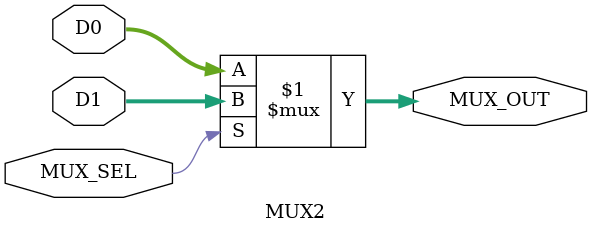
<source format=sv>
module MUX2 (
		input logic [31:0] D0, D1,
		input logic MUX_SEL,
		output logic [31:0] MUX_OUT
	);
	
	assign MUX_OUT = MUX_SEL? D1 : D0;
	
endmodule
</source>
